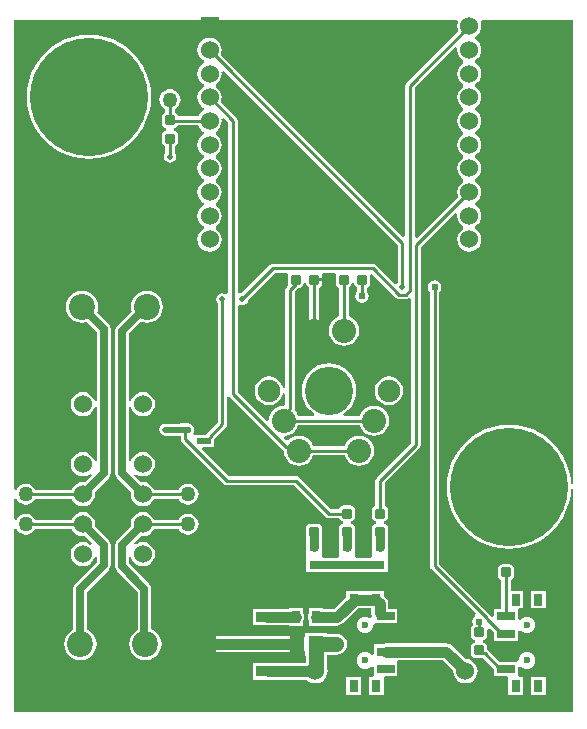
<source format=gtl>
G04*
G04 #@! TF.GenerationSoftware,Altium Limited,Altium Designer,20.0.14 (345)*
G04*
G04 Layer_Physical_Order=1*
G04 Layer_Color=255*
%FSLAX25Y25*%
%MOIN*%
G70*
G01*
G75*
%ADD15C,0.01000*%
G04:AMPARAMS|DCode=18|XSize=48.2mil|YSize=21.18mil|CornerRadius=10.59mil|HoleSize=0mil|Usage=FLASHONLY|Rotation=180.000|XOffset=0mil|YOffset=0mil|HoleType=Round|Shape=RoundedRectangle|*
%AMROUNDEDRECTD18*
21,1,0.04820,0.00000,0,0,180.0*
21,1,0.02702,0.02118,0,0,180.0*
1,1,0.02118,-0.01351,0.00000*
1,1,0.02118,0.01351,0.00000*
1,1,0.02118,0.01351,0.00000*
1,1,0.02118,-0.01351,0.00000*
%
%ADD18ROUNDEDRECTD18*%
%ADD19R,0.04820X0.02118*%
%ADD20C,0.05000*%
G04:AMPARAMS|DCode=21|XSize=35.43mil|YSize=33.47mil|CornerRadius=8.37mil|HoleSize=0mil|Usage=FLASHONLY|Rotation=180.000|XOffset=0mil|YOffset=0mil|HoleType=Round|Shape=RoundedRectangle|*
%AMROUNDEDRECTD21*
21,1,0.03543,0.01673,0,0,180.0*
21,1,0.01870,0.03347,0,0,180.0*
1,1,0.01673,-0.00935,0.00837*
1,1,0.01673,0.00935,0.00837*
1,1,0.01673,0.00935,-0.00837*
1,1,0.01673,-0.00935,-0.00837*
%
%ADD21ROUNDEDRECTD21*%
%ADD22R,0.03150X0.03150*%
%ADD23R,0.02756X0.03937*%
%ADD24R,0.07480X0.03543*%
%ADD25R,0.05906X0.13386*%
%ADD26R,0.05118X0.05709*%
%ADD27R,0.03150X0.03937*%
%ADD28R,0.05906X0.02756*%
G04:AMPARAMS|DCode=29|XSize=35.43mil|YSize=33.47mil|CornerRadius=8.37mil|HoleSize=0mil|Usage=FLASHONLY|Rotation=270.000|XOffset=0mil|YOffset=0mil|HoleType=Round|Shape=RoundedRectangle|*
%AMROUNDEDRECTD29*
21,1,0.03543,0.01673,0,0,270.0*
21,1,0.01870,0.03347,0,0,270.0*
1,1,0.01673,-0.00837,-0.00935*
1,1,0.01673,-0.00837,0.00935*
1,1,0.01673,0.00837,0.00935*
1,1,0.01673,0.00837,-0.00935*
%
%ADD29ROUNDEDRECTD29*%
%ADD52C,0.02000*%
%ADD53C,0.03500*%
%ADD54C,0.02500*%
%ADD55C,0.05000*%
%ADD56C,0.03000*%
%ADD57C,0.03543*%
%ADD58C,0.39370*%
%ADD59R,0.06024X0.06024*%
%ADD60C,0.06024*%
%ADD61C,0.06000*%
%ADD62C,0.02362*%
%ADD63C,0.07500*%
%ADD64C,0.16100*%
%ADD65C,0.08000*%
%ADD66C,0.08661*%
%ADD67C,0.02400*%
%ADD68C,0.02000*%
%ADD69C,0.01400*%
%ADD70C,0.04000*%
G36*
X251838Y322244D02*
X251754Y321600D01*
X251891Y320553D01*
X252296Y319577D01*
X252939Y318739D01*
X253777Y318096D01*
X253807Y318083D01*
Y317217D01*
X253777Y317204D01*
X252939Y316561D01*
X252296Y315723D01*
X251891Y314747D01*
X251754Y313700D01*
X251891Y312653D01*
X252296Y311677D01*
X252939Y310839D01*
X253777Y310196D01*
X253807Y310183D01*
Y309317D01*
X253777Y309304D01*
X252939Y308661D01*
X252296Y307823D01*
X251891Y306847D01*
X251754Y305800D01*
X251891Y304753D01*
X252296Y303777D01*
X252939Y302939D01*
X253777Y302296D01*
X253807Y302283D01*
Y301417D01*
X253777Y301404D01*
X252939Y300761D01*
X252296Y299923D01*
X251891Y298947D01*
X251754Y297900D01*
X251891Y296853D01*
X252296Y295877D01*
X252939Y295039D01*
X253777Y294396D01*
X253807Y294383D01*
Y293517D01*
X253777Y293504D01*
X252939Y292861D01*
X252296Y292023D01*
X251891Y291047D01*
X251754Y290000D01*
X251891Y288953D01*
X252296Y287977D01*
X252939Y287139D01*
X253777Y286496D01*
X253807Y286483D01*
Y285617D01*
X253777Y285604D01*
X252939Y284961D01*
X252296Y284123D01*
X251891Y283147D01*
X251754Y282100D01*
X251891Y281053D01*
X252296Y280077D01*
X252939Y279239D01*
X253777Y278596D01*
X253807Y278583D01*
Y277717D01*
X253777Y277704D01*
X252939Y277061D01*
X252296Y276223D01*
X251891Y275247D01*
X251754Y274200D01*
X251891Y273153D01*
X252096Y272659D01*
X238268Y258831D01*
X237529Y259138D01*
Y309067D01*
X251081Y322618D01*
X251838Y322244D01*
D02*
G37*
G36*
X231971Y256666D02*
Y243811D01*
X231961Y243797D01*
X230943Y243685D01*
X224774Y249853D01*
X224278Y250185D01*
X223693Y250301D01*
X190272D01*
X189686Y250185D01*
X189190Y249853D01*
X179846Y240509D01*
X179329Y240406D01*
X179044Y240512D01*
X178529Y240885D01*
Y298000D01*
X178413Y298585D01*
X178081Y299081D01*
X172904Y304259D01*
X173108Y304753D01*
X173246Y305800D01*
X173108Y306847D01*
X172704Y307823D01*
X172061Y308661D01*
X171223Y309304D01*
X171193Y309317D01*
Y310183D01*
X171223Y310196D01*
X172061Y310839D01*
X172704Y311677D01*
X173108Y312653D01*
X173246Y313700D01*
X173162Y314344D01*
X173919Y314718D01*
X231971Y256666D01*
D02*
G37*
G36*
X195341Y246442D02*
X195240Y245935D01*
Y244065D01*
X195382Y243348D01*
X195483Y243197D01*
X194919Y242633D01*
X194587Y242137D01*
X194471Y241551D01*
Y208967D01*
X193671Y208914D01*
X193628Y209240D01*
X193149Y210396D01*
X192388Y211388D01*
X191395Y212149D01*
X190240Y212628D01*
X189000Y212791D01*
X187760Y212628D01*
X186604Y212149D01*
X185612Y211388D01*
X184851Y210396D01*
X184372Y209240D01*
X184209Y208000D01*
X184372Y206760D01*
X184851Y205605D01*
X185612Y204612D01*
X186604Y203851D01*
X187760Y203372D01*
X189000Y203209D01*
X190240Y203372D01*
X191395Y203851D01*
X192388Y204612D01*
X193149Y205605D01*
X193628Y206760D01*
X193671Y207086D01*
X194471Y207033D01*
Y203456D01*
X194000Y203043D01*
X192695Y202871D01*
X191478Y202367D01*
X190434Y201566D01*
X189632Y200522D01*
X189129Y199305D01*
X188996Y198298D01*
X188202Y197961D01*
X178529Y207633D01*
Y236115D01*
X179044Y236488D01*
X179329Y236594D01*
X180000Y236461D01*
X180780Y236616D01*
X181442Y237058D01*
X181884Y237720D01*
X182009Y238346D01*
X190905Y247242D01*
X194888D01*
X195341Y246442D01*
D02*
G37*
G36*
X211340D02*
X211240Y245935D01*
Y244065D01*
X211382Y243348D01*
X211788Y242741D01*
X212396Y242335D01*
X212471Y242320D01*
Y232779D01*
X211478Y232367D01*
X210434Y231566D01*
X209632Y230522D01*
X209129Y229305D01*
X208957Y228000D01*
X209129Y226695D01*
X209632Y225478D01*
X210434Y224434D01*
X211478Y223633D01*
X212695Y223129D01*
X214000Y222957D01*
X215305Y223129D01*
X216522Y223633D01*
X217566Y224434D01*
X218368Y225478D01*
X218871Y226695D01*
X219043Y228000D01*
X218871Y229305D01*
X218368Y230522D01*
X217566Y231566D01*
X216522Y232367D01*
X215529Y232779D01*
Y242353D01*
X216110Y242741D01*
X216515Y243348D01*
X216592Y243734D01*
X217408D01*
X217484Y243348D01*
X217890Y242741D01*
X218471Y242353D01*
Y241124D01*
X218414Y241086D01*
X217928Y240358D01*
X217757Y239500D01*
X217928Y238642D01*
X218414Y237914D01*
X219142Y237428D01*
X220000Y237257D01*
X220858Y237428D01*
X221586Y237914D01*
X222072Y238642D01*
X222243Y239500D01*
X222072Y240358D01*
X221586Y241086D01*
X221529Y241124D01*
Y242320D01*
X221604Y242335D01*
X222212Y242741D01*
X222618Y243348D01*
X222760Y244065D01*
Y245935D01*
X222659Y246442D01*
X222700Y246523D01*
X223510Y246792D01*
X231383Y238919D01*
X231879Y238587D01*
X232465Y238471D01*
X234536D01*
X235121Y238587D01*
X235617Y238919D01*
X235732Y239033D01*
X236471Y238727D01*
Y190586D01*
X224919Y179034D01*
X224587Y178538D01*
X224471Y177953D01*
Y169642D01*
X224348Y169618D01*
X223741Y169212D01*
X223335Y168604D01*
X223192Y167888D01*
Y166215D01*
X223335Y165498D01*
X223741Y164890D01*
X224348Y164485D01*
X224734Y164408D01*
Y163592D01*
X224348Y163515D01*
X223741Y163110D01*
X223335Y162502D01*
X223192Y161785D01*
Y160112D01*
X223335Y159396D01*
X223390Y159313D01*
X223426Y158527D01*
X223426Y158527D01*
X223426Y158527D01*
Y153422D01*
X223426Y153378D01*
Y152622D01*
X222743Y152294D01*
X218258D01*
X217575Y152622D01*
Y153378D01*
X217575Y153422D01*
Y158527D01*
X217575Y158527D01*
X217575D01*
X217610Y159313D01*
X217665Y159396D01*
X217808Y160112D01*
Y161785D01*
X217665Y162502D01*
X217259Y163110D01*
X216652Y163515D01*
X216266Y163592D01*
Y164408D01*
X216652Y164485D01*
X217259Y164890D01*
X217665Y165498D01*
X217808Y166215D01*
Y167888D01*
X217665Y168604D01*
X217259Y169212D01*
X216652Y169618D01*
X215935Y169760D01*
X214065D01*
X213348Y169618D01*
X212741Y169212D01*
X212335Y168604D01*
X212330Y168581D01*
X209710D01*
X199151Y179139D01*
X198655Y179470D01*
X198070Y179587D01*
X175576D01*
X166701Y188462D01*
X167007Y189201D01*
X170797D01*
Y191956D01*
X174581Y195741D01*
X174913Y196238D01*
X175029Y196823D01*
Y205809D01*
X175829Y206052D01*
X175919Y205919D01*
X193579Y188258D01*
X193957Y188005D01*
X193957Y188000D01*
X194129Y186695D01*
X194632Y185478D01*
X195434Y184434D01*
X196478Y183633D01*
X197695Y183129D01*
X199000Y182957D01*
X200305Y183129D01*
X201522Y183633D01*
X202566Y184434D01*
X203367Y185478D01*
X203779Y186471D01*
X214222D01*
X214633Y185478D01*
X215434Y184434D01*
X216478Y183633D01*
X217695Y183129D01*
X219000Y182957D01*
X220305Y183129D01*
X221522Y183633D01*
X222566Y184434D01*
X223368Y185478D01*
X223871Y186695D01*
X224043Y188000D01*
X223871Y189305D01*
X223368Y190522D01*
X222566Y191566D01*
X221522Y192367D01*
X220305Y192871D01*
X219000Y193043D01*
X217695Y192871D01*
X216478Y192367D01*
X215434Y191566D01*
X214633Y190522D01*
X214222Y189529D01*
X203779D01*
X203367Y190522D01*
X202566Y191566D01*
X201522Y192367D01*
X200305Y192871D01*
X199000Y193043D01*
X197695Y192871D01*
X196478Y192367D01*
X195434Y191566D01*
X194648Y191515D01*
X193961Y192202D01*
X194298Y192996D01*
X195305Y193129D01*
X196522Y193632D01*
X197566Y194434D01*
X198368Y195478D01*
X198778Y196471D01*
X219221D01*
X219633Y195478D01*
X220434Y194434D01*
X221478Y193632D01*
X222695Y193129D01*
X224000Y192957D01*
X225305Y193129D01*
X226522Y193632D01*
X227566Y194434D01*
X228367Y195478D01*
X228871Y196695D01*
X229043Y198000D01*
X228871Y199305D01*
X228367Y200522D01*
X227566Y201566D01*
X226522Y202367D01*
X225305Y202871D01*
X224000Y203043D01*
X222695Y202871D01*
X221478Y202367D01*
X220434Y201566D01*
X219633Y200522D01*
X219221Y199529D01*
X214048D01*
X213848Y200329D01*
X214052Y200439D01*
X215430Y201570D01*
X216561Y202948D01*
X217402Y204520D01*
X217919Y206226D01*
X218094Y208000D01*
X217919Y209774D01*
X217402Y211480D01*
X216561Y213052D01*
X215430Y214430D01*
X214052Y215561D01*
X212480Y216402D01*
X210774Y216919D01*
X209000Y217094D01*
X207226Y216919D01*
X205520Y216402D01*
X203948Y215561D01*
X202570Y214430D01*
X201439Y213052D01*
X200598Y211480D01*
X200081Y209774D01*
X199906Y208000D01*
X200081Y206226D01*
X200598Y204520D01*
X201439Y202948D01*
X202570Y201570D01*
X203948Y200439D01*
X204152Y200329D01*
X203952Y199529D01*
X198778D01*
X198368Y200522D01*
X197566Y201566D01*
X197478Y201634D01*
X197529Y201894D01*
Y240918D01*
X198809Y242197D01*
X199502Y242335D01*
X200110Y242741D01*
X200516Y243348D01*
X200592Y243734D01*
X201408D01*
X201484Y243348D01*
X201890Y242741D01*
X202471Y242353D01*
Y228000D01*
X202587Y227415D01*
X202919Y226919D01*
X203415Y226587D01*
X204000Y226471D01*
X204585Y226587D01*
X205081Y226919D01*
X205413Y227415D01*
X205529Y228000D01*
Y242320D01*
X205604Y242335D01*
X206212Y242741D01*
X206618Y243348D01*
X206760Y244065D01*
Y244500D01*
X204051D01*
Y245500D01*
X206760D01*
Y245935D01*
X206660Y246442D01*
X207112Y247242D01*
X210888D01*
X211340Y246442D01*
D02*
G37*
G36*
X251561Y331488D02*
X252006Y330823D01*
X251891Y330547D01*
X251754Y329500D01*
X251891Y328453D01*
X252096Y327959D01*
X234919Y310781D01*
X234587Y310285D01*
X234471Y309700D01*
Y259538D01*
X233732Y259231D01*
X172904Y320059D01*
X173108Y320553D01*
X173246Y321600D01*
X173108Y322647D01*
X172704Y323623D01*
X172061Y324461D01*
X171223Y325104D01*
X170247Y325509D01*
X169200Y325646D01*
X168153Y325509D01*
X167177Y325104D01*
X166339Y324461D01*
X165696Y323623D01*
X165292Y322647D01*
X165154Y321600D01*
X165292Y320553D01*
X165696Y319577D01*
X166339Y318739D01*
X167177Y318096D01*
X167208Y318083D01*
Y317217D01*
X167177Y317204D01*
X166339Y316561D01*
X165696Y315723D01*
X165292Y314747D01*
X165154Y313700D01*
X165292Y312653D01*
X165696Y311677D01*
X166339Y310839D01*
X167177Y310196D01*
X167208Y310183D01*
Y309317D01*
X167177Y309304D01*
X166339Y308661D01*
X165696Y307823D01*
X165292Y306847D01*
X165154Y305800D01*
X165292Y304753D01*
X165696Y303777D01*
X166339Y302939D01*
X167177Y302296D01*
X167208Y302283D01*
Y301417D01*
X167177Y301404D01*
X166339Y300761D01*
X165696Y299923D01*
X165533Y299531D01*
X158690D01*
X158665Y299656D01*
X158259Y300263D01*
X157652Y300669D01*
X157529Y300693D01*
Y301845D01*
X157765Y301943D01*
X158496Y302504D01*
X159057Y303235D01*
X159410Y304086D01*
X159530Y305000D01*
X159410Y305914D01*
X159057Y306765D01*
X158496Y307496D01*
X157765Y308057D01*
X156914Y308410D01*
X156000Y308530D01*
X155086Y308410D01*
X154235Y308057D01*
X153504Y307496D01*
X152943Y306765D01*
X152590Y305914D01*
X152470Y305000D01*
X152590Y304086D01*
X152943Y303235D01*
X153504Y302504D01*
X154235Y301943D01*
X154471Y301845D01*
Y300693D01*
X154348Y300669D01*
X153741Y300263D01*
X153335Y299656D01*
X153192Y298939D01*
Y297266D01*
X153335Y296549D01*
X153741Y295942D01*
X154348Y295536D01*
X154734Y295459D01*
Y294643D01*
X154348Y294567D01*
X153741Y294161D01*
X153335Y293553D01*
X153192Y292837D01*
Y291163D01*
X153335Y290447D01*
X153741Y289839D01*
X154348Y289433D01*
X154471Y289409D01*
Y287311D01*
X154116Y286780D01*
X153961Y286000D01*
X154116Y285220D01*
X154558Y284558D01*
X155220Y284116D01*
X156000Y283961D01*
X156780Y284116D01*
X157442Y284558D01*
X157884Y285220D01*
X158039Y286000D01*
X157884Y286780D01*
X157529Y287311D01*
Y289409D01*
X157652Y289433D01*
X158259Y289839D01*
X158665Y290447D01*
X158808Y291163D01*
Y292837D01*
X158665Y293553D01*
X158259Y294161D01*
X157652Y294567D01*
X157266Y294643D01*
Y295459D01*
X157652Y295536D01*
X158259Y295942D01*
X158613Y296472D01*
X165449D01*
X165696Y295877D01*
X166339Y295039D01*
X167177Y294396D01*
X167208Y294383D01*
Y293517D01*
X167177Y293504D01*
X166339Y292861D01*
X165696Y292023D01*
X165292Y291047D01*
X165154Y290000D01*
X165292Y288953D01*
X165696Y287977D01*
X166339Y287139D01*
X167177Y286496D01*
X167208Y286483D01*
Y285617D01*
X167177Y285604D01*
X166339Y284961D01*
X165696Y284123D01*
X165292Y283147D01*
X165154Y282100D01*
X165292Y281053D01*
X165696Y280077D01*
X166339Y279239D01*
X167177Y278596D01*
X167208Y278583D01*
Y277717D01*
X167177Y277704D01*
X166339Y277061D01*
X165696Y276223D01*
X165292Y275247D01*
X165154Y274200D01*
X165292Y273153D01*
X165696Y272177D01*
X166339Y271339D01*
X167177Y270696D01*
X167208Y270683D01*
Y269817D01*
X167177Y269804D01*
X166339Y269161D01*
X165696Y268323D01*
X165292Y267347D01*
X165154Y266300D01*
X165292Y265253D01*
X165696Y264277D01*
X166339Y263439D01*
X167177Y262796D01*
X167208Y262783D01*
Y261917D01*
X167177Y261904D01*
X166339Y261261D01*
X165696Y260423D01*
X165292Y259447D01*
X165154Y258400D01*
X165292Y257353D01*
X165696Y256377D01*
X166339Y255539D01*
X167177Y254896D01*
X168153Y254491D01*
X169200Y254354D01*
X170247Y254491D01*
X171223Y254896D01*
X172061Y255539D01*
X172704Y256377D01*
X173108Y257353D01*
X173246Y258400D01*
X173108Y259447D01*
X172704Y260423D01*
X172061Y261261D01*
X171223Y261904D01*
X171193Y261917D01*
Y262783D01*
X171223Y262796D01*
X172061Y263439D01*
X172704Y264277D01*
X173108Y265253D01*
X173246Y266300D01*
X173108Y267347D01*
X172704Y268323D01*
X172061Y269161D01*
X171223Y269804D01*
X171193Y269817D01*
Y270683D01*
X171223Y270696D01*
X172061Y271339D01*
X172704Y272177D01*
X173108Y273153D01*
X173246Y274200D01*
X173108Y275247D01*
X172704Y276223D01*
X172061Y277061D01*
X171223Y277704D01*
X171193Y277717D01*
Y278583D01*
X171223Y278596D01*
X172061Y279239D01*
X172704Y280077D01*
X173108Y281053D01*
X173246Y282100D01*
X173108Y283147D01*
X172704Y284123D01*
X172061Y284961D01*
X171223Y285604D01*
X171193Y285617D01*
Y286483D01*
X171223Y286496D01*
X172061Y287139D01*
X172704Y287977D01*
X173108Y288953D01*
X173246Y290000D01*
X173108Y291047D01*
X172704Y292023D01*
X172061Y292861D01*
X171223Y293504D01*
X171193Y293517D01*
Y294383D01*
X171223Y294396D01*
X172061Y295039D01*
X172704Y295877D01*
X173108Y296853D01*
X173246Y297900D01*
X173162Y298544D01*
X173919Y298918D01*
X175471Y297366D01*
Y240481D01*
X174671Y240123D01*
X174280Y240384D01*
X173500Y240539D01*
X172720Y240384D01*
X172058Y239942D01*
X171616Y239280D01*
X171461Y238500D01*
X171616Y237720D01*
X171971Y237189D01*
Y197456D01*
X168127Y193613D01*
X167931Y193319D01*
X164280D01*
X163804Y194047D01*
X163904Y194197D01*
X164064Y195000D01*
X163904Y195803D01*
X163449Y196484D01*
X162768Y196940D01*
X161964Y197099D01*
X159263D01*
X158960Y197039D01*
X154500D01*
X153720Y196884D01*
X153058Y196442D01*
X152616Y195780D01*
X152461Y195000D01*
X152616Y194220D01*
X153058Y193558D01*
X153720Y193116D01*
X154500Y192961D01*
X158960D01*
X159263Y192901D01*
X159600D01*
Y191870D01*
X159717Y191285D01*
X160048Y190789D01*
X173861Y176976D01*
X174357Y176645D01*
X174943Y176528D01*
X197436D01*
X207995Y165970D01*
X208491Y165638D01*
X209076Y165522D01*
X212330D01*
X212335Y165498D01*
X212741Y164890D01*
X213348Y164485D01*
X213734Y164408D01*
Y163592D01*
X213348Y163515D01*
X212741Y163110D01*
X212335Y162502D01*
X212192Y161785D01*
Y160112D01*
X212335Y159396D01*
X212390Y159313D01*
X212425Y158527D01*
X212425Y158527D01*
X212425Y158527D01*
Y153422D01*
X212425Y153378D01*
Y152622D01*
X211743Y152294D01*
X207258D01*
X206575Y152622D01*
Y153378D01*
X206575Y153422D01*
Y158527D01*
X206575Y158527D01*
X206575D01*
X206610Y159313D01*
X206665Y159396D01*
X206808Y160112D01*
Y161785D01*
X206665Y162502D01*
X206259Y163110D01*
X205652Y163515D01*
X204935Y163658D01*
X203065D01*
X202348Y163515D01*
X201741Y163110D01*
X201335Y162502D01*
X201192Y161785D01*
Y160112D01*
X201335Y159396D01*
X201390Y159313D01*
X201426Y158527D01*
X201426Y158527D01*
X201426Y158527D01*
Y153422D01*
X201426Y153378D01*
Y152622D01*
X201426Y152578D01*
Y147472D01*
X206575D01*
Y147706D01*
X212425D01*
Y147472D01*
X217575D01*
Y147706D01*
X223426D01*
Y147472D01*
X228575D01*
Y152578D01*
X228575Y152622D01*
Y153378D01*
X228575Y153422D01*
Y158527D01*
X228575Y158527D01*
X228575D01*
X228610Y159313D01*
X228665Y159396D01*
X228808Y160112D01*
Y161785D01*
X228665Y162502D01*
X228259Y163110D01*
X227652Y163515D01*
X227266Y163592D01*
Y164408D01*
X227652Y164485D01*
X228259Y164890D01*
X228665Y165498D01*
X228808Y166215D01*
Y167888D01*
X228665Y168604D01*
X228259Y169212D01*
X227652Y169618D01*
X227529Y169642D01*
Y177319D01*
X239081Y188871D01*
X239413Y189367D01*
X239529Y189953D01*
Y255767D01*
X251081Y267318D01*
X251838Y266944D01*
X251754Y266300D01*
X251891Y265253D01*
X252296Y264277D01*
X252939Y263439D01*
X253777Y262796D01*
X253807Y262783D01*
Y261917D01*
X253777Y261904D01*
X252939Y261261D01*
X252296Y260423D01*
X251891Y259447D01*
X251754Y258400D01*
X251891Y257353D01*
X252296Y256377D01*
X252939Y255539D01*
X253777Y254896D01*
X254753Y254491D01*
X255800Y254354D01*
X256847Y254491D01*
X257823Y254896D01*
X258661Y255539D01*
X259304Y256377D01*
X259709Y257353D01*
X259846Y258400D01*
X259709Y259447D01*
X259304Y260423D01*
X258661Y261261D01*
X257823Y261904D01*
X257792Y261917D01*
Y262783D01*
X257823Y262796D01*
X258661Y263439D01*
X259304Y264277D01*
X259709Y265253D01*
X259846Y266300D01*
X259709Y267347D01*
X259304Y268323D01*
X258661Y269161D01*
X257823Y269804D01*
X257792Y269817D01*
Y270683D01*
X257823Y270696D01*
X258661Y271339D01*
X259304Y272177D01*
X259709Y273153D01*
X259846Y274200D01*
X259709Y275247D01*
X259304Y276223D01*
X258661Y277061D01*
X257823Y277704D01*
X257792Y277717D01*
Y278583D01*
X257823Y278596D01*
X258661Y279239D01*
X259304Y280077D01*
X259709Y281053D01*
X259846Y282100D01*
X259709Y283147D01*
X259304Y284123D01*
X258661Y284961D01*
X257823Y285604D01*
X257792Y285617D01*
Y286483D01*
X257823Y286496D01*
X258661Y287139D01*
X259304Y287977D01*
X259709Y288953D01*
X259846Y290000D01*
X259709Y291047D01*
X259304Y292023D01*
X258661Y292861D01*
X257823Y293504D01*
X257792Y293517D01*
Y294383D01*
X257823Y294396D01*
X258661Y295039D01*
X259304Y295877D01*
X259709Y296853D01*
X259846Y297900D01*
X259709Y298947D01*
X259304Y299923D01*
X258661Y300761D01*
X257823Y301404D01*
X257792Y301417D01*
Y302283D01*
X257823Y302296D01*
X258661Y302939D01*
X259304Y303777D01*
X259709Y304753D01*
X259846Y305800D01*
X259709Y306847D01*
X259304Y307823D01*
X258661Y308661D01*
X257823Y309304D01*
X257792Y309317D01*
Y310183D01*
X257823Y310196D01*
X258661Y310839D01*
X259304Y311677D01*
X259709Y312653D01*
X259846Y313700D01*
X259709Y314747D01*
X259304Y315723D01*
X258661Y316561D01*
X257823Y317204D01*
X257792Y317217D01*
Y318083D01*
X257823Y318096D01*
X258661Y318739D01*
X259304Y319577D01*
X259709Y320553D01*
X259846Y321600D01*
X259709Y322647D01*
X259304Y323623D01*
X258661Y324461D01*
X257823Y325104D01*
X257792Y325117D01*
Y325983D01*
X257823Y325996D01*
X258661Y326639D01*
X259304Y327477D01*
X259709Y328453D01*
X259846Y329500D01*
X259709Y330547D01*
X259594Y330823D01*
X260039Y331488D01*
X290480D01*
X290480Y176773D01*
X289681Y176747D01*
X289552Y178706D01*
X289023Y181365D01*
X288152Y183933D01*
X286952Y186365D01*
X285446Y188619D01*
X283658Y190658D01*
X281619Y192446D01*
X279365Y193952D01*
X276933Y195151D01*
X274365Y196023D01*
X271706Y196552D01*
X269000Y196729D01*
X266294Y196552D01*
X263635Y196023D01*
X261067Y195151D01*
X258635Y193952D01*
X256381Y192446D01*
X254342Y190658D01*
X252554Y188619D01*
X251048Y186365D01*
X249849Y183933D01*
X248977Y181365D01*
X248448Y178706D01*
X248271Y176000D01*
X248448Y173294D01*
X248977Y170635D01*
X249849Y168067D01*
X251048Y165635D01*
X252554Y163381D01*
X254342Y161342D01*
X256381Y159554D01*
X258635Y158048D01*
X261067Y156849D01*
X263635Y155977D01*
X266294Y155448D01*
X269000Y155271D01*
X271706Y155448D01*
X274365Y155977D01*
X276933Y156849D01*
X279365Y158048D01*
X281619Y159554D01*
X283658Y161342D01*
X285446Y163381D01*
X286952Y165635D01*
X288152Y168067D01*
X289023Y170635D01*
X289552Y173294D01*
X289681Y175253D01*
X290480Y175227D01*
X290480Y101020D01*
X104019Y101020D01*
Y161873D01*
X104820Y162032D01*
X104943Y161735D01*
X105504Y161004D01*
X106235Y160443D01*
X107086Y160090D01*
X108000Y159970D01*
X108914Y160090D01*
X109765Y160443D01*
X110496Y161004D01*
X111057Y161735D01*
X111155Y161971D01*
X123304D01*
X123506Y161483D01*
X124147Y160647D01*
X124983Y160006D01*
X125956Y159603D01*
X127000Y159466D01*
X127698Y159557D01*
X130032Y157224D01*
X129503Y156621D01*
X129017Y156994D01*
X128044Y157397D01*
X127000Y157535D01*
X125956Y157397D01*
X124983Y156994D01*
X124147Y156353D01*
X123506Y155517D01*
X123103Y154544D01*
X122966Y153500D01*
X123103Y152456D01*
X123506Y151483D01*
X124147Y150647D01*
X124983Y150006D01*
X125956Y149603D01*
X127000Y149466D01*
X128044Y149603D01*
X129017Y150006D01*
X129853Y150647D01*
X130494Y151483D01*
X130897Y152456D01*
X130906Y152523D01*
X131706Y152471D01*
Y150950D01*
X124378Y143622D01*
X123881Y142878D01*
X123706Y142000D01*
Y128248D01*
X123485Y128156D01*
X122371Y127302D01*
X121517Y126188D01*
X120980Y124892D01*
X120797Y123500D01*
X120980Y122108D01*
X121517Y120812D01*
X122371Y119698D01*
X123485Y118844D01*
X124782Y118307D01*
X126173Y118123D01*
X127565Y118307D01*
X128862Y118844D01*
X129975Y119698D01*
X130830Y120812D01*
X131367Y122108D01*
X131550Y123500D01*
X131367Y124892D01*
X130830Y126188D01*
X129975Y127302D01*
X128862Y128156D01*
X128294Y128391D01*
Y141050D01*
X135622Y148378D01*
X136119Y149122D01*
X136294Y150000D01*
Y156500D01*
X136119Y157378D01*
X135622Y158122D01*
X130943Y162802D01*
X131035Y163500D01*
X130897Y164544D01*
X130494Y165517D01*
X129853Y166353D01*
X129017Y166994D01*
X128044Y167397D01*
X127000Y167534D01*
X125956Y167397D01*
X124983Y166994D01*
X124147Y166353D01*
X123506Y165517D01*
X123304Y165029D01*
X111155D01*
X111057Y165265D01*
X110496Y165996D01*
X109765Y166557D01*
X108914Y166910D01*
X108000Y167030D01*
X107086Y166910D01*
X106235Y166557D01*
X105504Y165996D01*
X104943Y165265D01*
X104820Y164968D01*
X104019Y165127D01*
Y171873D01*
X104820Y172032D01*
X104943Y171735D01*
X105504Y171004D01*
X106235Y170443D01*
X107086Y170090D01*
X108000Y169970D01*
X108914Y170090D01*
X109765Y170443D01*
X110496Y171004D01*
X111057Y171735D01*
X111155Y171971D01*
X123304D01*
X123506Y171483D01*
X124147Y170647D01*
X124983Y170006D01*
X125956Y169603D01*
X127000Y169465D01*
X128044Y169603D01*
X129017Y170006D01*
X129853Y170647D01*
X130494Y171483D01*
X130897Y172456D01*
X131035Y173500D01*
X130943Y174198D01*
X135622Y178878D01*
X136119Y179622D01*
X136294Y180500D01*
Y228673D01*
X136119Y229551D01*
X135622Y230295D01*
X131703Y234214D01*
X131867Y234608D01*
X132050Y236000D01*
X131867Y237392D01*
X131330Y238688D01*
X130475Y239802D01*
X129362Y240656D01*
X128065Y241194D01*
X126673Y241377D01*
X125282Y241194D01*
X123985Y240656D01*
X122871Y239802D01*
X122017Y238688D01*
X121480Y237392D01*
X121297Y236000D01*
X121480Y234608D01*
X122017Y233312D01*
X122871Y232198D01*
X123985Y231344D01*
X125282Y230806D01*
X126673Y230623D01*
X128065Y230806D01*
X128459Y230970D01*
X131706Y227723D01*
Y204529D01*
X130906Y204477D01*
X130897Y204544D01*
X130494Y205517D01*
X129853Y206353D01*
X129017Y206994D01*
X128044Y207397D01*
X127000Y207535D01*
X125956Y207397D01*
X124983Y206994D01*
X124147Y206353D01*
X123506Y205517D01*
X123103Y204544D01*
X122966Y203500D01*
X123103Y202456D01*
X123506Y201483D01*
X124147Y200647D01*
X124983Y200006D01*
X125956Y199603D01*
X127000Y199466D01*
X128044Y199603D01*
X129017Y200006D01*
X129853Y200647D01*
X130494Y201483D01*
X130897Y202456D01*
X130906Y202523D01*
X131706Y202471D01*
Y184529D01*
X130906Y184477D01*
X130897Y184544D01*
X130494Y185517D01*
X129853Y186353D01*
X129017Y186994D01*
X128044Y187397D01*
X127000Y187534D01*
X125956Y187397D01*
X124983Y186994D01*
X124147Y186353D01*
X123506Y185517D01*
X123103Y184544D01*
X122966Y183500D01*
X123103Y182456D01*
X123506Y181483D01*
X124147Y180647D01*
X124983Y180006D01*
X125956Y179603D01*
X127000Y179465D01*
X128044Y179603D01*
X129017Y180006D01*
X129503Y180379D01*
X130032Y179776D01*
X127698Y177443D01*
X127000Y177534D01*
X125956Y177397D01*
X124983Y176994D01*
X124147Y176353D01*
X123506Y175517D01*
X123304Y175029D01*
X111155D01*
X111057Y175265D01*
X110496Y175996D01*
X109765Y176557D01*
X108914Y176910D01*
X108000Y177030D01*
X107086Y176910D01*
X106235Y176557D01*
X105504Y175996D01*
X104943Y175265D01*
X104820Y174968D01*
X104019Y175127D01*
X104019Y331488D01*
X251561Y331488D01*
D02*
G37*
%LPC*%
G36*
X229000Y212791D02*
X227760Y212628D01*
X226605Y212149D01*
X225612Y211388D01*
X224851Y210396D01*
X224372Y209240D01*
X224209Y208000D01*
X224372Y206760D01*
X224851Y205605D01*
X225612Y204612D01*
X226605Y203851D01*
X227760Y203372D01*
X229000Y203209D01*
X230240Y203372D01*
X231396Y203851D01*
X232388Y204612D01*
X233149Y205605D01*
X233628Y206760D01*
X233791Y208000D01*
X233628Y209240D01*
X233149Y210396D01*
X232388Y211388D01*
X231396Y212149D01*
X230240Y212628D01*
X229000Y212791D01*
D02*
G37*
G36*
X129000Y326729D02*
X126294Y326552D01*
X123635Y326023D01*
X121067Y325151D01*
X118635Y323952D01*
X116381Y322446D01*
X114342Y320658D01*
X112554Y318619D01*
X111048Y316365D01*
X109848Y313933D01*
X108977Y311365D01*
X108448Y308706D01*
X108271Y306000D01*
X108448Y303294D01*
X108977Y300635D01*
X109848Y298067D01*
X111048Y295635D01*
X112554Y293381D01*
X114342Y291342D01*
X116381Y289554D01*
X118635Y288048D01*
X121067Y286848D01*
X123635Y285977D01*
X126294Y285448D01*
X129000Y285271D01*
X131706Y285448D01*
X134365Y285977D01*
X136933Y286848D01*
X139365Y288048D01*
X141619Y289554D01*
X143658Y291342D01*
X145446Y293381D01*
X146952Y295635D01*
X148152Y298067D01*
X149023Y300635D01*
X149552Y303294D01*
X149729Y306000D01*
X149552Y308706D01*
X149023Y311365D01*
X148152Y313933D01*
X146952Y316365D01*
X145446Y318619D01*
X143658Y320658D01*
X141619Y322446D01*
X139365Y323952D01*
X136933Y325151D01*
X134365Y326023D01*
X131706Y326552D01*
X129000Y326729D01*
D02*
G37*
G36*
X148327Y241377D02*
X146935Y241194D01*
X145638Y240656D01*
X144525Y239802D01*
X143670Y238688D01*
X143133Y237392D01*
X142950Y236000D01*
X143133Y234608D01*
X143201Y234445D01*
X138378Y229622D01*
X137881Y228878D01*
X137706Y228000D01*
Y180500D01*
X137881Y179622D01*
X138378Y178878D01*
X143057Y174198D01*
X142965Y173500D01*
X143103Y172456D01*
X143506Y171483D01*
X144147Y170647D01*
X144983Y170006D01*
X145956Y169603D01*
X147000Y169465D01*
X148044Y169603D01*
X149017Y170006D01*
X149853Y170647D01*
X150494Y171483D01*
X150696Y171971D01*
X158845D01*
X158943Y171735D01*
X159504Y171004D01*
X160235Y170443D01*
X161086Y170090D01*
X162000Y169970D01*
X162914Y170090D01*
X163765Y170443D01*
X164496Y171004D01*
X165057Y171735D01*
X165410Y172586D01*
X165530Y173500D01*
X165410Y174414D01*
X165057Y175265D01*
X164496Y175996D01*
X163765Y176557D01*
X162914Y176910D01*
X162000Y177030D01*
X161086Y176910D01*
X160235Y176557D01*
X159504Y175996D01*
X158943Y175265D01*
X158845Y175029D01*
X150696D01*
X150494Y175517D01*
X149853Y176353D01*
X149017Y176994D01*
X148044Y177397D01*
X147000Y177534D01*
X146302Y177443D01*
X143968Y179776D01*
X144497Y180379D01*
X144983Y180006D01*
X145956Y179603D01*
X147000Y179465D01*
X148044Y179603D01*
X149017Y180006D01*
X149853Y180647D01*
X150494Y181483D01*
X150897Y182456D01*
X151034Y183500D01*
X150897Y184544D01*
X150494Y185517D01*
X149853Y186353D01*
X149017Y186994D01*
X148044Y187397D01*
X147000Y187534D01*
X145956Y187397D01*
X144983Y186994D01*
X144147Y186353D01*
X143506Y185517D01*
X143103Y184544D01*
X143094Y184477D01*
X142294Y184529D01*
Y202471D01*
X143094Y202523D01*
X143103Y202456D01*
X143506Y201483D01*
X144147Y200647D01*
X144983Y200006D01*
X145956Y199603D01*
X147000Y199466D01*
X148044Y199603D01*
X149017Y200006D01*
X149853Y200647D01*
X150494Y201483D01*
X150897Y202456D01*
X151034Y203500D01*
X150897Y204544D01*
X150494Y205517D01*
X149853Y206353D01*
X149017Y206994D01*
X148044Y207397D01*
X147000Y207535D01*
X145956Y207397D01*
X144983Y206994D01*
X144147Y206353D01*
X143506Y205517D01*
X143103Y204544D01*
X143094Y204477D01*
X142294Y204529D01*
Y227050D01*
X146310Y231066D01*
X146935Y230806D01*
X148327Y230623D01*
X149718Y230806D01*
X151015Y231344D01*
X152129Y232198D01*
X152983Y233312D01*
X153520Y234608D01*
X153703Y236000D01*
X153520Y237392D01*
X152983Y238688D01*
X152129Y239802D01*
X151015Y240656D01*
X149718Y241194D01*
X148327Y241377D01*
D02*
G37*
G36*
X147000Y167534D02*
X145956Y167397D01*
X144983Y166994D01*
X144147Y166353D01*
X143506Y165517D01*
X143103Y164544D01*
X142965Y163500D01*
X143057Y162802D01*
X138378Y158122D01*
X137881Y157378D01*
X137706Y156500D01*
Y149500D01*
X137881Y148622D01*
X138378Y147878D01*
X145206Y141050D01*
Y128184D01*
X145138Y128156D01*
X144025Y127302D01*
X143170Y126188D01*
X142633Y124892D01*
X142450Y123500D01*
X142633Y122108D01*
X143170Y120812D01*
X144025Y119698D01*
X145138Y118844D01*
X146435Y118307D01*
X147827Y118123D01*
X149218Y118307D01*
X150515Y118844D01*
X151629Y119698D01*
X152483Y120812D01*
X153020Y122108D01*
X153203Y123500D01*
X153020Y124892D01*
X152483Y126188D01*
X151629Y127302D01*
X150515Y128156D01*
X149794Y128455D01*
Y142000D01*
X149619Y142878D01*
X149122Y143622D01*
X142294Y150450D01*
Y152471D01*
X143094Y152523D01*
X143103Y152456D01*
X143506Y151483D01*
X144147Y150647D01*
X144983Y150006D01*
X145956Y149603D01*
X147000Y149466D01*
X148044Y149603D01*
X149017Y150006D01*
X149853Y150647D01*
X150494Y151483D01*
X150897Y152456D01*
X151034Y153500D01*
X150897Y154544D01*
X150494Y155517D01*
X149853Y156353D01*
X149017Y156994D01*
X148044Y157397D01*
X147000Y157535D01*
X145956Y157397D01*
X144983Y156994D01*
X144497Y156621D01*
X143968Y157224D01*
X146302Y159557D01*
X147000Y159466D01*
X148044Y159603D01*
X149017Y160006D01*
X149853Y160647D01*
X150494Y161483D01*
X150696Y161971D01*
X158845D01*
X158943Y161735D01*
X159504Y161004D01*
X160235Y160443D01*
X161086Y160090D01*
X162000Y159970D01*
X162914Y160090D01*
X163765Y160443D01*
X164496Y161004D01*
X165057Y161735D01*
X165410Y162586D01*
X165530Y163500D01*
X165410Y164414D01*
X165057Y165265D01*
X164496Y165996D01*
X163765Y166557D01*
X162914Y166910D01*
X162000Y167030D01*
X161086Y166910D01*
X160235Y166557D01*
X159504Y165996D01*
X158943Y165265D01*
X158845Y165029D01*
X150696D01*
X150494Y165517D01*
X149853Y166353D01*
X149017Y166994D01*
X148044Y167397D01*
X147000Y167534D01*
D02*
G37*
G36*
X227374Y141339D02*
X222224D01*
Y141144D01*
X219776D01*
Y141339D01*
X214626D01*
Y139340D01*
X214615Y139313D01*
X210576Y135274D01*
X207071D01*
Y135468D01*
X202315D01*
Y133918D01*
X202291Y133887D01*
X202014Y133218D01*
X201919Y132500D01*
X202014Y131782D01*
X202291Y131113D01*
X202315Y131082D01*
Y129532D01*
X207071D01*
Y129726D01*
X211724D01*
X212442Y129821D01*
X213111Y130098D01*
X213686Y130539D01*
X218549Y135402D01*
X219776D01*
Y135596D01*
X222224D01*
Y135402D01*
X223100D01*
Y133736D01*
X223195Y133018D01*
X223374Y132586D01*
X222717Y132082D01*
X222398Y132326D01*
X221724Y132606D01*
X221000Y132701D01*
X220276Y132606D01*
X219602Y132326D01*
X219023Y131882D01*
X218579Y131303D01*
X218300Y130629D01*
X218204Y129905D01*
X218300Y129182D01*
X218579Y128508D01*
X219023Y127929D01*
X219602Y127485D01*
X220276Y127205D01*
X221000Y127110D01*
X221724Y127205D01*
X222398Y127485D01*
X222977Y127929D01*
X223421Y128508D01*
X223700Y129182D01*
X223775Y129747D01*
X223813Y129919D01*
X224527Y130480D01*
X231842D01*
Y135236D01*
X228648D01*
Y137295D01*
X228553Y138013D01*
X228276Y138682D01*
X227835Y139257D01*
X227374Y139611D01*
Y141339D01*
D02*
G37*
G36*
X281374D02*
X276224D01*
Y135402D01*
X281374D01*
Y141339D01*
D02*
G37*
G36*
X200378Y135468D02*
X195622D01*
Y135384D01*
X188500D01*
X188484Y135382D01*
X183760D01*
Y129839D01*
X188484D01*
X188500Y129836D01*
X195622D01*
Y129532D01*
X200378D01*
Y131431D01*
X200569Y131892D01*
X200663Y132610D01*
X200569Y133328D01*
X200378Y133789D01*
Y135468D01*
D02*
G37*
G36*
X244243Y244743D02*
X243385Y244572D01*
X242657Y244086D01*
X242171Y243358D01*
X242000Y242500D01*
X242171Y241642D01*
X242657Y240914D01*
X242714Y240876D01*
Y149575D01*
X242830Y148990D01*
X243162Y148494D01*
X257881Y133774D01*
X257728Y132796D01*
X257414Y132586D01*
X256928Y131858D01*
X256757Y131000D01*
X256928Y130142D01*
X257068Y129931D01*
X256741Y129712D01*
X256335Y129104D01*
X256192Y128388D01*
Y126715D01*
X256335Y125998D01*
X256741Y125390D01*
X257348Y124985D01*
X257734Y124908D01*
Y124092D01*
X257348Y124015D01*
X256741Y123610D01*
X256335Y123002D01*
X256192Y122285D01*
Y120612D01*
X256335Y119896D01*
X256741Y119288D01*
X257348Y118882D01*
X258065Y118740D01*
X259935D01*
X260393Y118831D01*
X264158Y115066D01*
Y112764D01*
X267895D01*
X268626Y112598D01*
X268626Y111964D01*
Y106661D01*
X273776D01*
Y112598D01*
X272795D01*
X272063Y112764D01*
X272063Y113398D01*
Y116055D01*
X272863Y116326D01*
X273023Y116118D01*
X273602Y115673D01*
X274276Y115394D01*
X275000Y115299D01*
X275724Y115394D01*
X276398Y115673D01*
X276977Y116118D01*
X277421Y116697D01*
X277700Y117371D01*
X277796Y118095D01*
X277700Y118818D01*
X277421Y119492D01*
X276977Y120071D01*
X276398Y120516D01*
X275724Y120795D01*
X275000Y120890D01*
X274276Y120795D01*
X273602Y120516D01*
X273023Y120071D01*
X272579Y119492D01*
X272300Y118818D01*
X272225Y118253D01*
X272187Y118081D01*
X271473Y117520D01*
X267380D01*
X267232Y117549D01*
X266000D01*
X261985Y121565D01*
X261808Y121683D01*
Y122285D01*
X261665Y123002D01*
X261259Y123610D01*
X260652Y124015D01*
X260266Y124092D01*
Y124908D01*
X260652Y124985D01*
X261259Y125390D01*
X261665Y125998D01*
X261808Y126715D01*
Y128386D01*
X261811Y128390D01*
X262545Y128780D01*
X264158Y127168D01*
Y124575D01*
X272063D01*
Y127866D01*
X272863Y128138D01*
X273023Y127929D01*
X273602Y127485D01*
X274276Y127205D01*
X275000Y127110D01*
X275724Y127205D01*
X276398Y127485D01*
X276977Y127929D01*
X277421Y128508D01*
X277700Y129182D01*
X277796Y129905D01*
X277700Y130629D01*
X277421Y131303D01*
X276977Y131882D01*
X276398Y132326D01*
X275724Y132606D01*
X275000Y132701D01*
X274276Y132606D01*
X273602Y132326D01*
X273023Y131882D01*
X272863Y131674D01*
X272063Y131945D01*
Y135236D01*
X272795Y135402D01*
X273776D01*
Y141339D01*
X269529D01*
Y144858D01*
X269652Y144882D01*
X270259Y145288D01*
X270665Y145896D01*
X270808Y146612D01*
Y148285D01*
X270665Y149002D01*
X270259Y149610D01*
X269652Y150015D01*
X268935Y150158D01*
X267065D01*
X266348Y150015D01*
X265741Y149610D01*
X265335Y149002D01*
X265192Y148285D01*
Y146612D01*
X265335Y145896D01*
X265741Y145288D01*
X266348Y144882D01*
X266471Y144858D01*
Y135236D01*
X264158D01*
Y133185D01*
X263357Y132618D01*
X263113Y132704D01*
X262781Y133200D01*
X245773Y150209D01*
Y240876D01*
X245829Y240914D01*
X246316Y241642D01*
X246486Y242500D01*
X246316Y243358D01*
X245829Y244086D01*
X245101Y244572D01*
X244243Y244743D01*
D02*
G37*
G36*
X208209Y127354D02*
X201091D01*
Y125744D01*
X200291Y125472D01*
X200257Y125516D01*
X199682Y125957D01*
X199013Y126234D01*
X198295Y126329D01*
X188666D01*
X188500Y126351D01*
X168421D01*
X167698Y126255D01*
X167024Y125976D01*
X166445Y125532D01*
X166000Y124953D01*
X165721Y124279D01*
X165626Y123555D01*
X165721Y122832D01*
X166000Y122157D01*
X166445Y121578D01*
X167024Y121134D01*
X167698Y120855D01*
X168421Y120759D01*
X188500D01*
X188666Y120781D01*
X198295D01*
X199013Y120876D01*
X199682Y121153D01*
X200257Y121594D01*
X200291Y121638D01*
X201091Y121367D01*
Y119646D01*
X201289D01*
Y117183D01*
X193240D01*
Y117272D01*
X183760D01*
Y111728D01*
X187887D01*
X188591Y111636D01*
X201643D01*
X202477Y110996D01*
X203453Y110591D01*
X204500Y110454D01*
X205547Y110591D01*
X206523Y110996D01*
X207361Y111639D01*
X208004Y112477D01*
X208409Y113453D01*
X208546Y114500D01*
X208409Y115547D01*
X208349Y115691D01*
Y119970D01*
X211500D01*
X212414Y120090D01*
X213265Y120443D01*
X213996Y121004D01*
X214557Y121735D01*
X214910Y122586D01*
X215030Y123500D01*
X214910Y124414D01*
X214557Y125265D01*
X213996Y125996D01*
X213265Y126557D01*
X212414Y126910D01*
X211500Y127030D01*
X208209D01*
Y127354D01*
D02*
G37*
G36*
X248181Y123821D02*
X227890D01*
X227172Y123726D01*
X226503Y123449D01*
X226471Y123425D01*
X223937D01*
Y120134D01*
X223137Y119862D01*
X222977Y120071D01*
X222398Y120516D01*
X221724Y120795D01*
X221000Y120890D01*
X220276Y120795D01*
X219602Y120516D01*
X219023Y120071D01*
X218579Y119492D01*
X218300Y118818D01*
X218204Y118095D01*
X218300Y117371D01*
X218579Y116697D01*
X219023Y116118D01*
X219602Y115673D01*
X220276Y115394D01*
X221000Y115299D01*
X221724Y115394D01*
X222398Y115673D01*
X222977Y116118D01*
X223137Y116326D01*
X223937Y116055D01*
X223937Y112764D01*
X223205Y112598D01*
X222224D01*
Y106661D01*
X227374D01*
X227374Y112598D01*
X228105Y112764D01*
X231842D01*
Y117473D01*
X231842Y117520D01*
X231954Y118273D01*
X247032D01*
X250495Y114811D01*
X250454Y114500D01*
X250591Y113453D01*
X250996Y112477D01*
X251639Y111639D01*
X252477Y110996D01*
X253453Y110591D01*
X254500Y110454D01*
X255547Y110591D01*
X256523Y110996D01*
X257361Y111639D01*
X258004Y112477D01*
X258409Y113453D01*
X258546Y114500D01*
X258409Y115547D01*
X258004Y116523D01*
X257361Y117361D01*
X256523Y118004D01*
X255547Y118409D01*
X254620Y118531D01*
X250142Y123009D01*
X249568Y123449D01*
X248899Y123726D01*
X248181Y123821D01*
D02*
G37*
G36*
X281374Y112598D02*
X276224D01*
Y106661D01*
X281374D01*
Y112598D01*
D02*
G37*
G36*
X219776D02*
X214626D01*
Y106661D01*
X219776D01*
Y112598D01*
D02*
G37*
%LPD*%
D15*
X244243Y149575D02*
Y242500D01*
Y149575D02*
X261700Y132118D01*
X223693Y248772D02*
X232465Y240000D01*
X190272Y248772D02*
X223693D01*
X224000Y198000D02*
X226000D01*
X196000D02*
X224000D01*
X197949Y243500D02*
Y245000D01*
X214000Y228000D02*
Y245470D01*
X204000Y228000D02*
Y245099D01*
X196000Y241551D02*
X197949Y243500D01*
X195339Y198661D02*
X196000Y198000D01*
X195339Y198661D02*
Y201234D01*
X196000Y201894D01*
Y241551D01*
X177000Y207000D02*
Y298000D01*
X199000Y188000D02*
X221000D01*
X197661Y189339D02*
X199000Y188000D01*
X194661Y189339D02*
X197661D01*
X177000Y207000D02*
X194661Y189339D01*
X174943Y178057D02*
X198070D01*
X161130Y191870D02*
X174943Y178057D01*
X160260Y195000D02*
X160613D01*
X161130Y194483D01*
Y191870D02*
Y194483D01*
X167937Y191260D02*
X168134D01*
X169209Y192335D01*
Y192532D01*
X173500Y196823D01*
Y238500D01*
X180000D02*
X190272Y248772D01*
X232465Y240000D02*
X234536D01*
X236000Y241464D01*
Y309700D01*
X255800Y329500D01*
X198070Y178057D02*
X209076Y167051D01*
X215000D01*
X258863Y127688D02*
Y130863D01*
X259000Y131000D01*
X261700Y131788D02*
X266535Y126953D01*
X261700Y131788D02*
Y132118D01*
X258863Y127688D02*
X259000Y127551D01*
X266535Y126953D02*
X268110D01*
X220000Y244949D02*
X220051Y245000D01*
X220000Y239500D02*
Y244949D01*
X156000Y286000D02*
Y292000D01*
X169200Y305800D02*
X177000Y298000D01*
X238000Y189953D02*
Y256400D01*
X226000Y177953D02*
X238000Y189953D01*
Y256400D02*
X255800Y274200D01*
X169200Y321600D02*
X233500Y257300D01*
Y242500D02*
Y257300D01*
X259000Y121449D02*
X259965Y120483D01*
X260903D01*
X265367Y116020D01*
X267232D01*
X268110Y115142D01*
X268000Y132968D02*
X268110Y132858D01*
X268000Y132968D02*
Y147449D01*
X156000Y298102D02*
X156101Y298001D01*
X169099D01*
X169200Y297900D01*
X156000Y298102D02*
Y305000D01*
X108000Y173500D02*
X126500D01*
X147000Y163500D02*
X162000D01*
X108000D02*
X127000D01*
X147000Y173500D02*
X162000D01*
X226000Y167051D02*
Y177953D01*
Y155953D02*
X226000Y155952D01*
X215000Y155953D02*
X215000Y155952D01*
X204000Y155953D02*
X204000Y155952D01*
X225874Y133736D02*
X226752Y132858D01*
X224799Y138370D02*
X225874Y137295D01*
X226752Y132858D02*
X227890D01*
X217201Y137976D02*
Y138370D01*
X197890Y132610D02*
X198000Y132500D01*
X198295Y123555D02*
X198350Y123500D01*
X204650D02*
X204819Y123331D01*
X188500Y114500D02*
X188591Y114409D01*
D18*
X160613Y195000D02*
D03*
X167387Y198740D02*
D03*
D19*
Y191260D02*
D03*
D20*
X156000Y305000D02*
D03*
X162000Y163500D02*
D03*
X108000Y173500D02*
D03*
X162000D02*
D03*
X108000Y163500D02*
D03*
D21*
X215000Y167051D02*
D03*
Y160949D02*
D03*
X204000Y167051D02*
D03*
Y160949D02*
D03*
X226000D02*
D03*
Y167051D02*
D03*
X268000Y153551D02*
D03*
Y147449D02*
D03*
X156000Y298102D02*
D03*
Y292000D02*
D03*
X259000Y121449D02*
D03*
Y127551D02*
D03*
D22*
X215000Y155952D02*
D03*
Y150047D02*
D03*
X204000D02*
D03*
Y155952D02*
D03*
X226000D02*
D03*
Y150047D02*
D03*
D23*
X198000Y132500D02*
D03*
X204693D02*
D03*
D24*
X188500Y123555D02*
D03*
Y114500D02*
D03*
Y132610D02*
D03*
D25*
X168421Y123555D02*
D03*
D26*
X198350Y123500D02*
D03*
X204650D02*
D03*
D27*
X271201Y138370D02*
D03*
X278799D02*
D03*
Y109630D02*
D03*
X271201D02*
D03*
X224799D02*
D03*
X217201D02*
D03*
Y138370D02*
D03*
X224799D02*
D03*
D28*
X268110Y115142D02*
D03*
Y132858D02*
D03*
Y126953D02*
D03*
X227890Y132858D02*
D03*
Y115142D02*
D03*
Y121047D02*
D03*
D29*
X197949Y245000D02*
D03*
X204051D02*
D03*
X220051D02*
D03*
X213949D02*
D03*
D52*
X154500Y195000D02*
X160063D01*
X204693Y132945D02*
X205071Y133323D01*
X204693Y132500D02*
Y132945D01*
D53*
X248181Y121047D02*
X254819Y114409D01*
X227890Y121047D02*
X248181D01*
X225874Y133736D02*
Y137295D01*
X217201Y138370D02*
X224799D01*
X204693Y132500D02*
X211724D01*
X217201Y137976D01*
X188500Y132610D02*
X197890D01*
X188500Y123555D02*
X198295D01*
X188591Y114409D02*
X204819D01*
D54*
X140000Y228000D02*
X148000Y236000D01*
X148327D01*
X140000Y180500D02*
Y228000D01*
Y180500D02*
X147000Y173500D01*
X127000D02*
X134000Y180500D01*
X126673Y236000D02*
X134000Y228673D01*
Y180500D02*
Y228673D01*
Y150000D02*
Y156500D01*
X127000Y163500D02*
X134000Y156500D01*
X126000Y142000D02*
X134000Y150000D01*
X209500D02*
X225953D01*
X226000Y150047D01*
X204000D02*
X204047Y150000D01*
X209500D01*
X126500Y173500D02*
X127000D01*
X126000Y123673D02*
X126173Y123500D01*
X126000Y123673D02*
Y142000D01*
X147500Y123827D02*
X147827Y123500D01*
X147500Y123827D02*
Y142000D01*
X140000Y149500D02*
X147500Y142000D01*
X140000Y156500D02*
X147000Y163500D01*
X140000Y149500D02*
Y156500D01*
D55*
X204650Y123500D02*
X211500D01*
X204819Y114409D02*
Y123331D01*
D56*
X226000Y155953D02*
Y160949D01*
X215000Y155953D02*
Y160949D01*
X204000Y155953D02*
Y160949D01*
D57*
X168421Y123555D02*
X188500D01*
D58*
X269000Y176000D02*
D03*
X129000Y306000D02*
D03*
D59*
X169200Y329500D02*
D03*
D60*
Y321600D02*
D03*
Y313700D02*
D03*
Y305800D02*
D03*
Y297900D02*
D03*
Y290000D02*
D03*
Y282100D02*
D03*
Y274200D02*
D03*
Y266300D02*
D03*
Y258400D02*
D03*
X255800D02*
D03*
Y266300D02*
D03*
Y274200D02*
D03*
Y282100D02*
D03*
Y290000D02*
D03*
Y297900D02*
D03*
Y305800D02*
D03*
Y313700D02*
D03*
Y321600D02*
D03*
Y329500D02*
D03*
X254500Y114500D02*
D03*
X204500D02*
D03*
D61*
X127000Y183500D02*
D03*
Y163500D02*
D03*
Y173500D02*
D03*
Y203500D02*
D03*
Y153500D02*
D03*
X147000Y183500D02*
D03*
Y163500D02*
D03*
Y173500D02*
D03*
Y203500D02*
D03*
Y153500D02*
D03*
D62*
X275000Y129905D02*
D03*
Y118095D02*
D03*
X221000D02*
D03*
Y129905D02*
D03*
D63*
X189000Y208000D02*
D03*
X229000D02*
D03*
D64*
X209000D02*
D03*
D65*
X224000Y198000D02*
D03*
X199000Y188000D02*
D03*
X219000D02*
D03*
X194000Y198000D02*
D03*
X214000Y228000D02*
D03*
X204000D02*
D03*
D66*
X126673Y236000D02*
D03*
X148327D02*
D03*
X126173Y123500D02*
D03*
X147827D02*
D03*
D67*
X229000Y188000D02*
D03*
X236000Y181000D02*
D03*
X244243Y242500D02*
D03*
X259000Y131000D02*
D03*
X220000Y239500D02*
D03*
X209500Y150000D02*
D03*
D68*
X173500Y238500D02*
D03*
X180000D02*
D03*
X156000Y286000D02*
D03*
X233500Y242500D02*
D03*
D69*
X154500Y195000D02*
D03*
D70*
X211500Y123500D02*
D03*
M02*

</source>
